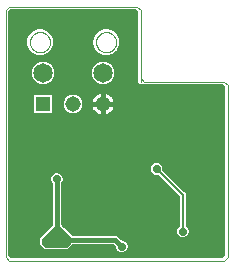
<source format=gbl>
G75*
%MOIN*%
%OFA0B0*%
%FSLAX25Y25*%
%IPPOS*%
%LPD*%
%AMOC8*
5,1,8,0,0,1.08239X$1,22.5*
%
%ADD10C,0.00000*%
%ADD11R,0.05150X0.05150*%
%ADD12C,0.05150*%
%ADD13C,0.06496*%
%ADD14C,0.01200*%
%ADD15C,0.21654*%
%ADD16C,0.02775*%
%ADD17C,0.03200*%
%ADD18C,0.01600*%
%ADD19C,0.00800*%
D10*
X0004100Y0003487D02*
X0005350Y0002238D01*
X0076913Y0002238D01*
X0078163Y0003487D01*
X0078163Y0060675D01*
X0076913Y0061925D01*
X0050350Y0061925D01*
X0049100Y0063175D01*
X0049100Y0061925D01*
X0049100Y0063175D02*
X0049100Y0085675D01*
X0047850Y0086925D01*
X0005350Y0086925D01*
X0004100Y0085675D01*
X0004100Y0003487D01*
X0012230Y0075055D02*
X0012232Y0075170D01*
X0012238Y0075286D01*
X0012248Y0075401D01*
X0012262Y0075516D01*
X0012280Y0075630D01*
X0012302Y0075743D01*
X0012327Y0075856D01*
X0012357Y0075967D01*
X0012390Y0076078D01*
X0012427Y0076187D01*
X0012468Y0076295D01*
X0012513Y0076402D01*
X0012561Y0076507D01*
X0012613Y0076610D01*
X0012669Y0076711D01*
X0012728Y0076811D01*
X0012790Y0076908D01*
X0012856Y0077003D01*
X0012924Y0077096D01*
X0012996Y0077186D01*
X0013071Y0077274D01*
X0013150Y0077359D01*
X0013231Y0077441D01*
X0013314Y0077521D01*
X0013401Y0077597D01*
X0013490Y0077671D01*
X0013581Y0077741D01*
X0013675Y0077809D01*
X0013771Y0077873D01*
X0013870Y0077933D01*
X0013970Y0077990D01*
X0014072Y0078044D01*
X0014176Y0078094D01*
X0014282Y0078141D01*
X0014389Y0078184D01*
X0014498Y0078223D01*
X0014608Y0078258D01*
X0014719Y0078289D01*
X0014831Y0078317D01*
X0014944Y0078341D01*
X0015058Y0078361D01*
X0015173Y0078377D01*
X0015288Y0078389D01*
X0015403Y0078397D01*
X0015518Y0078401D01*
X0015634Y0078401D01*
X0015749Y0078397D01*
X0015864Y0078389D01*
X0015979Y0078377D01*
X0016094Y0078361D01*
X0016208Y0078341D01*
X0016321Y0078317D01*
X0016433Y0078289D01*
X0016544Y0078258D01*
X0016654Y0078223D01*
X0016763Y0078184D01*
X0016870Y0078141D01*
X0016976Y0078094D01*
X0017080Y0078044D01*
X0017182Y0077990D01*
X0017282Y0077933D01*
X0017381Y0077873D01*
X0017477Y0077809D01*
X0017571Y0077741D01*
X0017662Y0077671D01*
X0017751Y0077597D01*
X0017838Y0077521D01*
X0017921Y0077441D01*
X0018002Y0077359D01*
X0018081Y0077274D01*
X0018156Y0077186D01*
X0018228Y0077096D01*
X0018296Y0077003D01*
X0018362Y0076908D01*
X0018424Y0076811D01*
X0018483Y0076711D01*
X0018539Y0076610D01*
X0018591Y0076507D01*
X0018639Y0076402D01*
X0018684Y0076295D01*
X0018725Y0076187D01*
X0018762Y0076078D01*
X0018795Y0075967D01*
X0018825Y0075856D01*
X0018850Y0075743D01*
X0018872Y0075630D01*
X0018890Y0075516D01*
X0018904Y0075401D01*
X0018914Y0075286D01*
X0018920Y0075170D01*
X0018922Y0075055D01*
X0018920Y0074940D01*
X0018914Y0074824D01*
X0018904Y0074709D01*
X0018890Y0074594D01*
X0018872Y0074480D01*
X0018850Y0074367D01*
X0018825Y0074254D01*
X0018795Y0074143D01*
X0018762Y0074032D01*
X0018725Y0073923D01*
X0018684Y0073815D01*
X0018639Y0073708D01*
X0018591Y0073603D01*
X0018539Y0073500D01*
X0018483Y0073399D01*
X0018424Y0073299D01*
X0018362Y0073202D01*
X0018296Y0073107D01*
X0018228Y0073014D01*
X0018156Y0072924D01*
X0018081Y0072836D01*
X0018002Y0072751D01*
X0017921Y0072669D01*
X0017838Y0072589D01*
X0017751Y0072513D01*
X0017662Y0072439D01*
X0017571Y0072369D01*
X0017477Y0072301D01*
X0017381Y0072237D01*
X0017282Y0072177D01*
X0017182Y0072120D01*
X0017080Y0072066D01*
X0016976Y0072016D01*
X0016870Y0071969D01*
X0016763Y0071926D01*
X0016654Y0071887D01*
X0016544Y0071852D01*
X0016433Y0071821D01*
X0016321Y0071793D01*
X0016208Y0071769D01*
X0016094Y0071749D01*
X0015979Y0071733D01*
X0015864Y0071721D01*
X0015749Y0071713D01*
X0015634Y0071709D01*
X0015518Y0071709D01*
X0015403Y0071713D01*
X0015288Y0071721D01*
X0015173Y0071733D01*
X0015058Y0071749D01*
X0014944Y0071769D01*
X0014831Y0071793D01*
X0014719Y0071821D01*
X0014608Y0071852D01*
X0014498Y0071887D01*
X0014389Y0071926D01*
X0014282Y0071969D01*
X0014176Y0072016D01*
X0014072Y0072066D01*
X0013970Y0072120D01*
X0013870Y0072177D01*
X0013771Y0072237D01*
X0013675Y0072301D01*
X0013581Y0072369D01*
X0013490Y0072439D01*
X0013401Y0072513D01*
X0013314Y0072589D01*
X0013231Y0072669D01*
X0013150Y0072751D01*
X0013071Y0072836D01*
X0012996Y0072924D01*
X0012924Y0073014D01*
X0012856Y0073107D01*
X0012790Y0073202D01*
X0012728Y0073299D01*
X0012669Y0073399D01*
X0012613Y0073500D01*
X0012561Y0073603D01*
X0012513Y0073708D01*
X0012468Y0073815D01*
X0012427Y0073923D01*
X0012390Y0074032D01*
X0012357Y0074143D01*
X0012327Y0074254D01*
X0012302Y0074367D01*
X0012280Y0074480D01*
X0012262Y0074594D01*
X0012248Y0074709D01*
X0012238Y0074824D01*
X0012232Y0074940D01*
X0012230Y0075055D01*
X0034278Y0075055D02*
X0034280Y0075170D01*
X0034286Y0075286D01*
X0034296Y0075401D01*
X0034310Y0075516D01*
X0034328Y0075630D01*
X0034350Y0075743D01*
X0034375Y0075856D01*
X0034405Y0075967D01*
X0034438Y0076078D01*
X0034475Y0076187D01*
X0034516Y0076295D01*
X0034561Y0076402D01*
X0034609Y0076507D01*
X0034661Y0076610D01*
X0034717Y0076711D01*
X0034776Y0076811D01*
X0034838Y0076908D01*
X0034904Y0077003D01*
X0034972Y0077096D01*
X0035044Y0077186D01*
X0035119Y0077274D01*
X0035198Y0077359D01*
X0035279Y0077441D01*
X0035362Y0077521D01*
X0035449Y0077597D01*
X0035538Y0077671D01*
X0035629Y0077741D01*
X0035723Y0077809D01*
X0035819Y0077873D01*
X0035918Y0077933D01*
X0036018Y0077990D01*
X0036120Y0078044D01*
X0036224Y0078094D01*
X0036330Y0078141D01*
X0036437Y0078184D01*
X0036546Y0078223D01*
X0036656Y0078258D01*
X0036767Y0078289D01*
X0036879Y0078317D01*
X0036992Y0078341D01*
X0037106Y0078361D01*
X0037221Y0078377D01*
X0037336Y0078389D01*
X0037451Y0078397D01*
X0037566Y0078401D01*
X0037682Y0078401D01*
X0037797Y0078397D01*
X0037912Y0078389D01*
X0038027Y0078377D01*
X0038142Y0078361D01*
X0038256Y0078341D01*
X0038369Y0078317D01*
X0038481Y0078289D01*
X0038592Y0078258D01*
X0038702Y0078223D01*
X0038811Y0078184D01*
X0038918Y0078141D01*
X0039024Y0078094D01*
X0039128Y0078044D01*
X0039230Y0077990D01*
X0039330Y0077933D01*
X0039429Y0077873D01*
X0039525Y0077809D01*
X0039619Y0077741D01*
X0039710Y0077671D01*
X0039799Y0077597D01*
X0039886Y0077521D01*
X0039969Y0077441D01*
X0040050Y0077359D01*
X0040129Y0077274D01*
X0040204Y0077186D01*
X0040276Y0077096D01*
X0040344Y0077003D01*
X0040410Y0076908D01*
X0040472Y0076811D01*
X0040531Y0076711D01*
X0040587Y0076610D01*
X0040639Y0076507D01*
X0040687Y0076402D01*
X0040732Y0076295D01*
X0040773Y0076187D01*
X0040810Y0076078D01*
X0040843Y0075967D01*
X0040873Y0075856D01*
X0040898Y0075743D01*
X0040920Y0075630D01*
X0040938Y0075516D01*
X0040952Y0075401D01*
X0040962Y0075286D01*
X0040968Y0075170D01*
X0040970Y0075055D01*
X0040968Y0074940D01*
X0040962Y0074824D01*
X0040952Y0074709D01*
X0040938Y0074594D01*
X0040920Y0074480D01*
X0040898Y0074367D01*
X0040873Y0074254D01*
X0040843Y0074143D01*
X0040810Y0074032D01*
X0040773Y0073923D01*
X0040732Y0073815D01*
X0040687Y0073708D01*
X0040639Y0073603D01*
X0040587Y0073500D01*
X0040531Y0073399D01*
X0040472Y0073299D01*
X0040410Y0073202D01*
X0040344Y0073107D01*
X0040276Y0073014D01*
X0040204Y0072924D01*
X0040129Y0072836D01*
X0040050Y0072751D01*
X0039969Y0072669D01*
X0039886Y0072589D01*
X0039799Y0072513D01*
X0039710Y0072439D01*
X0039619Y0072369D01*
X0039525Y0072301D01*
X0039429Y0072237D01*
X0039330Y0072177D01*
X0039230Y0072120D01*
X0039128Y0072066D01*
X0039024Y0072016D01*
X0038918Y0071969D01*
X0038811Y0071926D01*
X0038702Y0071887D01*
X0038592Y0071852D01*
X0038481Y0071821D01*
X0038369Y0071793D01*
X0038256Y0071769D01*
X0038142Y0071749D01*
X0038027Y0071733D01*
X0037912Y0071721D01*
X0037797Y0071713D01*
X0037682Y0071709D01*
X0037566Y0071709D01*
X0037451Y0071713D01*
X0037336Y0071721D01*
X0037221Y0071733D01*
X0037106Y0071749D01*
X0036992Y0071769D01*
X0036879Y0071793D01*
X0036767Y0071821D01*
X0036656Y0071852D01*
X0036546Y0071887D01*
X0036437Y0071926D01*
X0036330Y0071969D01*
X0036224Y0072016D01*
X0036120Y0072066D01*
X0036018Y0072120D01*
X0035918Y0072177D01*
X0035819Y0072237D01*
X0035723Y0072301D01*
X0035629Y0072369D01*
X0035538Y0072439D01*
X0035449Y0072513D01*
X0035362Y0072589D01*
X0035279Y0072669D01*
X0035198Y0072751D01*
X0035119Y0072836D01*
X0035044Y0072924D01*
X0034972Y0073014D01*
X0034904Y0073107D01*
X0034838Y0073202D01*
X0034776Y0073299D01*
X0034717Y0073399D01*
X0034661Y0073500D01*
X0034609Y0073603D01*
X0034561Y0073708D01*
X0034516Y0073815D01*
X0034475Y0073923D01*
X0034438Y0074032D01*
X0034405Y0074143D01*
X0034375Y0074254D01*
X0034350Y0074367D01*
X0034328Y0074480D01*
X0034310Y0074594D01*
X0034296Y0074709D01*
X0034286Y0074824D01*
X0034280Y0074940D01*
X0034278Y0075055D01*
D11*
X0016600Y0054425D03*
D12*
X0026600Y0054425D03*
X0036600Y0054425D03*
D13*
X0036600Y0064779D03*
X0016600Y0064779D03*
D14*
X0019827Y0067843D02*
X0033373Y0067843D01*
X0032829Y0067299D02*
X0032152Y0065664D01*
X0032152Y0063895D01*
X0032829Y0062260D01*
X0034080Y0061008D01*
X0035715Y0060331D01*
X0037485Y0060331D01*
X0039120Y0061008D01*
X0040371Y0062260D01*
X0041048Y0063895D01*
X0041048Y0065664D01*
X0040371Y0067299D01*
X0039120Y0068550D01*
X0037485Y0069227D01*
X0035715Y0069227D01*
X0034080Y0068550D01*
X0032829Y0067299D01*
X0032558Y0066645D02*
X0020642Y0066645D01*
X0020371Y0067299D02*
X0019120Y0068550D01*
X0017485Y0069227D01*
X0015715Y0069227D01*
X0014080Y0068550D01*
X0012829Y0067299D01*
X0012152Y0065664D01*
X0012152Y0063895D01*
X0012829Y0062260D01*
X0014080Y0061008D01*
X0015715Y0060331D01*
X0017485Y0060331D01*
X0019120Y0061008D01*
X0020371Y0062260D01*
X0021048Y0063895D01*
X0021048Y0065664D01*
X0020371Y0067299D01*
X0021048Y0065446D02*
X0032152Y0065446D01*
X0032152Y0064248D02*
X0021048Y0064248D01*
X0020698Y0063049D02*
X0032502Y0063049D01*
X0033238Y0061851D02*
X0019962Y0061851D01*
X0018259Y0060652D02*
X0034941Y0060652D01*
X0035622Y0058497D02*
X0034997Y0058294D01*
X0034412Y0057996D01*
X0033880Y0057609D01*
X0033416Y0057145D01*
X0033029Y0056613D01*
X0032731Y0056028D01*
X0032528Y0055403D01*
X0032425Y0054754D01*
X0032425Y0054612D01*
X0036413Y0054612D01*
X0036413Y0054238D01*
X0036787Y0054238D01*
X0036787Y0050250D01*
X0036929Y0050250D01*
X0037578Y0050353D01*
X0038203Y0050556D01*
X0038788Y0050854D01*
X0039320Y0051241D01*
X0039784Y0051705D01*
X0040171Y0052237D01*
X0040469Y0052822D01*
X0040672Y0053447D01*
X0040775Y0054096D01*
X0040775Y0054238D01*
X0036787Y0054238D01*
X0036787Y0054612D01*
X0040775Y0054612D01*
X0040775Y0054754D01*
X0040672Y0055403D01*
X0040469Y0056028D01*
X0040171Y0056613D01*
X0039784Y0057145D01*
X0039320Y0057609D01*
X0038788Y0057996D01*
X0038203Y0058294D01*
X0037578Y0058497D01*
X0036929Y0058600D01*
X0036787Y0058600D01*
X0036787Y0054612D01*
X0036413Y0054612D01*
X0036413Y0058600D01*
X0036271Y0058600D01*
X0035622Y0058497D01*
X0034921Y0058255D02*
X0005700Y0058255D01*
X0005700Y0057057D02*
X0012825Y0057057D01*
X0012825Y0057497D02*
X0012825Y0051353D01*
X0013528Y0050650D01*
X0019672Y0050650D01*
X0020375Y0051353D01*
X0020375Y0057497D01*
X0019672Y0058200D01*
X0013528Y0058200D01*
X0012825Y0057497D01*
X0012825Y0055858D02*
X0005700Y0055858D01*
X0005700Y0054659D02*
X0012825Y0054659D01*
X0012825Y0053461D02*
X0005700Y0053461D01*
X0005700Y0052262D02*
X0012825Y0052262D01*
X0013114Y0051064D02*
X0005700Y0051064D01*
X0005700Y0049865D02*
X0076563Y0049865D01*
X0076563Y0048667D02*
X0005700Y0048667D01*
X0005700Y0047468D02*
X0076563Y0047468D01*
X0076563Y0046270D02*
X0005700Y0046270D01*
X0005700Y0045071D02*
X0076563Y0045071D01*
X0076563Y0043873D02*
X0005700Y0043873D01*
X0005700Y0042674D02*
X0076563Y0042674D01*
X0076563Y0041476D02*
X0005700Y0041476D01*
X0005700Y0040277D02*
X0076563Y0040277D01*
X0076563Y0039079D02*
X0005700Y0039079D01*
X0005700Y0037880D02*
X0076563Y0037880D01*
X0076563Y0036682D02*
X0005700Y0036682D01*
X0005700Y0035483D02*
X0076563Y0035483D01*
X0076563Y0034285D02*
X0056649Y0034285D01*
X0056677Y0034257D02*
X0055949Y0034985D01*
X0054999Y0035379D01*
X0053969Y0035379D01*
X0053018Y0034985D01*
X0052290Y0034257D01*
X0051896Y0033306D01*
X0051896Y0032276D01*
X0052290Y0031325D01*
X0053018Y0030598D01*
X0053969Y0030204D01*
X0054809Y0030204D01*
X0061562Y0023450D01*
X0061562Y0013984D01*
X0060969Y0013391D01*
X0060575Y0012440D01*
X0060575Y0011410D01*
X0060969Y0010459D01*
X0061697Y0009732D01*
X0062648Y0009338D01*
X0063677Y0009338D01*
X0064628Y0009732D01*
X0065356Y0010459D01*
X0065750Y0011410D01*
X0065750Y0012440D01*
X0065356Y0013391D01*
X0064762Y0013984D01*
X0064762Y0024775D01*
X0057071Y0032466D01*
X0057071Y0033306D01*
X0056677Y0034257D01*
X0057071Y0033086D02*
X0076563Y0033086D01*
X0076563Y0031888D02*
X0057650Y0031888D01*
X0058848Y0030689D02*
X0076563Y0030689D01*
X0076563Y0029491D02*
X0060047Y0029491D01*
X0061245Y0028292D02*
X0076563Y0028292D01*
X0076563Y0027094D02*
X0062444Y0027094D01*
X0063642Y0025895D02*
X0076563Y0025895D01*
X0076563Y0024697D02*
X0064762Y0024697D01*
X0064762Y0023498D02*
X0076563Y0023498D01*
X0076563Y0022300D02*
X0064762Y0022300D01*
X0064762Y0021101D02*
X0076563Y0021101D01*
X0076563Y0019903D02*
X0064762Y0019903D01*
X0064762Y0018704D02*
X0076563Y0018704D01*
X0076563Y0017506D02*
X0064762Y0017506D01*
X0064762Y0016307D02*
X0076563Y0016307D01*
X0076563Y0015109D02*
X0064762Y0015109D01*
X0064837Y0013910D02*
X0076563Y0013910D01*
X0076563Y0012712D02*
X0065637Y0012712D01*
X0065750Y0011513D02*
X0076563Y0011513D01*
X0076563Y0010315D02*
X0065211Y0010315D01*
X0061488Y0013910D02*
X0023693Y0013910D01*
X0023287Y0014316D02*
X0023216Y0014387D01*
X0023216Y0027766D01*
X0023410Y0027959D01*
X0023804Y0028910D01*
X0023804Y0029940D01*
X0023410Y0030891D01*
X0022682Y0031618D01*
X0021731Y0032012D01*
X0020701Y0032012D01*
X0019750Y0031618D01*
X0019023Y0030891D01*
X0018629Y0029940D01*
X0018629Y0028910D01*
X0019023Y0027959D01*
X0019216Y0027766D01*
X0019216Y0014245D01*
X0014912Y0009941D01*
X0014912Y0007347D01*
X0016084Y0006175D01*
X0016709Y0005550D01*
X0024928Y0005550D01*
X0026100Y0006722D01*
X0026491Y0007112D01*
X0039834Y0007112D01*
X0040263Y0006684D01*
X0040263Y0006410D01*
X0040657Y0005459D01*
X0041384Y0004732D01*
X0042335Y0004338D01*
X0043365Y0004338D01*
X0044316Y0004732D01*
X0045043Y0005459D01*
X0045437Y0006410D01*
X0045437Y0007440D01*
X0045043Y0008391D01*
X0044316Y0009118D01*
X0043365Y0009512D01*
X0043091Y0009512D01*
X0042662Y0009941D01*
X0041491Y0011112D01*
X0026491Y0011112D01*
X0023287Y0014316D01*
X0023287Y0014316D01*
X0023216Y0015109D02*
X0061562Y0015109D01*
X0061562Y0016307D02*
X0023216Y0016307D01*
X0023216Y0017506D02*
X0061562Y0017506D01*
X0061562Y0018704D02*
X0023216Y0018704D01*
X0023216Y0019903D02*
X0061562Y0019903D01*
X0061562Y0021101D02*
X0023216Y0021101D01*
X0023216Y0022300D02*
X0061562Y0022300D01*
X0061514Y0023498D02*
X0023216Y0023498D01*
X0023216Y0024697D02*
X0060316Y0024697D01*
X0059117Y0025895D02*
X0023216Y0025895D01*
X0023216Y0027094D02*
X0057919Y0027094D01*
X0056720Y0028292D02*
X0023548Y0028292D01*
X0023804Y0029491D02*
X0055521Y0029491D01*
X0052927Y0030689D02*
X0023493Y0030689D01*
X0022032Y0031888D02*
X0052057Y0031888D01*
X0051896Y0033086D02*
X0005700Y0033086D01*
X0005700Y0034285D02*
X0052318Y0034285D01*
X0039077Y0051064D02*
X0076563Y0051064D01*
X0076563Y0052262D02*
X0040184Y0052262D01*
X0040674Y0053461D02*
X0076563Y0053461D01*
X0076563Y0054659D02*
X0040775Y0054659D01*
X0040524Y0055858D02*
X0076563Y0055858D01*
X0076563Y0057057D02*
X0039848Y0057057D01*
X0038279Y0058255D02*
X0076563Y0058255D01*
X0076563Y0059454D02*
X0005700Y0059454D01*
X0005700Y0060652D02*
X0014941Y0060652D01*
X0013238Y0061851D02*
X0005700Y0061851D01*
X0005700Y0063049D02*
X0012502Y0063049D01*
X0012152Y0064248D02*
X0005700Y0064248D01*
X0005700Y0065446D02*
X0012152Y0065446D01*
X0012558Y0066645D02*
X0005700Y0066645D01*
X0005700Y0067843D02*
X0013373Y0067843D01*
X0015267Y0069042D02*
X0005700Y0069042D01*
X0005700Y0070240D02*
X0014275Y0070240D01*
X0014592Y0070108D02*
X0016560Y0070108D01*
X0018378Y0070862D01*
X0019770Y0072253D01*
X0020523Y0074071D01*
X0020523Y0076039D01*
X0019770Y0077857D01*
X0018378Y0079248D01*
X0016560Y0080001D01*
X0014592Y0080001D01*
X0012774Y0079248D01*
X0011383Y0077857D01*
X0010630Y0076039D01*
X0010630Y0074071D01*
X0011383Y0072253D01*
X0012774Y0070862D01*
X0014592Y0070108D01*
X0016878Y0070240D02*
X0036322Y0070240D01*
X0036640Y0070108D02*
X0038608Y0070108D01*
X0040426Y0070862D01*
X0041817Y0072253D01*
X0042570Y0074071D01*
X0042570Y0076039D01*
X0041817Y0077857D01*
X0040426Y0079248D01*
X0038608Y0080001D01*
X0036640Y0080001D01*
X0034822Y0079248D01*
X0033430Y0077857D01*
X0032677Y0076039D01*
X0032677Y0074071D01*
X0033430Y0072253D01*
X0034822Y0070862D01*
X0036640Y0070108D01*
X0037933Y0069042D02*
X0047500Y0069042D01*
X0047500Y0067843D02*
X0039827Y0067843D01*
X0040642Y0066645D02*
X0047500Y0066645D01*
X0047500Y0065446D02*
X0041048Y0065446D01*
X0041048Y0064248D02*
X0047500Y0064248D01*
X0047500Y0063049D02*
X0040698Y0063049D01*
X0039962Y0061851D02*
X0047500Y0061851D01*
X0047500Y0061262D02*
X0048437Y0060325D01*
X0076250Y0060325D01*
X0076563Y0060012D01*
X0076563Y0004150D01*
X0076250Y0003837D01*
X0006013Y0003837D01*
X0005700Y0004150D01*
X0005700Y0085012D01*
X0006013Y0085325D01*
X0047187Y0085325D01*
X0047500Y0085012D01*
X0047500Y0061262D01*
X0048110Y0060652D02*
X0038259Y0060652D01*
X0036787Y0058255D02*
X0036413Y0058255D01*
X0036413Y0057057D02*
X0036787Y0057057D01*
X0036787Y0055858D02*
X0036413Y0055858D01*
X0036413Y0054659D02*
X0036787Y0054659D01*
X0036413Y0054238D02*
X0032425Y0054238D01*
X0032425Y0054096D01*
X0032528Y0053447D01*
X0032731Y0052822D01*
X0033029Y0052237D01*
X0033416Y0051705D01*
X0033880Y0051241D01*
X0034412Y0050854D01*
X0034997Y0050556D01*
X0035622Y0050353D01*
X0036271Y0050250D01*
X0036413Y0050250D01*
X0036413Y0054238D01*
X0036413Y0053461D02*
X0036787Y0053461D01*
X0036787Y0052262D02*
X0036413Y0052262D01*
X0036413Y0051064D02*
X0036787Y0051064D01*
X0034123Y0051064D02*
X0028350Y0051064D01*
X0028738Y0051225D02*
X0029800Y0052287D01*
X0030375Y0053674D01*
X0030375Y0055176D01*
X0029800Y0056563D01*
X0028738Y0057625D01*
X0027351Y0058200D01*
X0025849Y0058200D01*
X0024462Y0057625D01*
X0023400Y0056563D01*
X0022825Y0055176D01*
X0022825Y0053674D01*
X0023400Y0052287D01*
X0024462Y0051225D01*
X0025849Y0050650D01*
X0027351Y0050650D01*
X0028738Y0051225D01*
X0029776Y0052262D02*
X0033016Y0052262D01*
X0032526Y0053461D02*
X0030286Y0053461D01*
X0030375Y0054659D02*
X0032425Y0054659D01*
X0032676Y0055858D02*
X0030092Y0055858D01*
X0029307Y0057057D02*
X0033352Y0057057D01*
X0024850Y0051064D02*
X0020086Y0051064D01*
X0020375Y0052262D02*
X0023424Y0052262D01*
X0022913Y0053461D02*
X0020375Y0053461D01*
X0020375Y0054659D02*
X0022825Y0054659D01*
X0023108Y0055858D02*
X0020375Y0055858D01*
X0020375Y0057057D02*
X0023893Y0057057D01*
X0017933Y0069042D02*
X0035267Y0069042D01*
X0034245Y0071439D02*
X0018955Y0071439D01*
X0019929Y0072637D02*
X0033271Y0072637D01*
X0032775Y0073836D02*
X0020425Y0073836D01*
X0020523Y0075034D02*
X0032677Y0075034D01*
X0032757Y0076233D02*
X0020443Y0076233D01*
X0019946Y0077431D02*
X0033254Y0077431D01*
X0034203Y0078630D02*
X0018997Y0078630D01*
X0016978Y0079828D02*
X0036222Y0079828D01*
X0039026Y0079828D02*
X0047500Y0079828D01*
X0047500Y0078630D02*
X0041044Y0078630D01*
X0041993Y0077431D02*
X0047500Y0077431D01*
X0047500Y0076233D02*
X0042490Y0076233D01*
X0042570Y0075034D02*
X0047500Y0075034D01*
X0047500Y0073836D02*
X0042473Y0073836D01*
X0041976Y0072637D02*
X0047500Y0072637D01*
X0047500Y0071439D02*
X0041003Y0071439D01*
X0038925Y0070240D02*
X0047500Y0070240D01*
X0047500Y0081027D02*
X0005700Y0081027D01*
X0005700Y0079828D02*
X0014174Y0079828D01*
X0012156Y0078630D02*
X0005700Y0078630D01*
X0005700Y0077431D02*
X0011207Y0077431D01*
X0010710Y0076233D02*
X0005700Y0076233D01*
X0005700Y0075034D02*
X0010630Y0075034D01*
X0010727Y0073836D02*
X0005700Y0073836D01*
X0005700Y0072637D02*
X0011224Y0072637D01*
X0012197Y0071439D02*
X0005700Y0071439D01*
X0005700Y0082225D02*
X0047500Y0082225D01*
X0047500Y0083424D02*
X0005700Y0083424D01*
X0005700Y0084622D02*
X0047500Y0084622D01*
X0020401Y0031888D02*
X0005700Y0031888D01*
X0005700Y0030689D02*
X0018939Y0030689D01*
X0018629Y0029491D02*
X0005700Y0029491D01*
X0005700Y0028292D02*
X0018885Y0028292D01*
X0019216Y0027094D02*
X0005700Y0027094D01*
X0005700Y0025895D02*
X0019216Y0025895D01*
X0019216Y0024697D02*
X0005700Y0024697D01*
X0005700Y0023498D02*
X0019216Y0023498D01*
X0019216Y0022300D02*
X0005700Y0022300D01*
X0005700Y0021101D02*
X0019216Y0021101D01*
X0019216Y0019903D02*
X0005700Y0019903D01*
X0005700Y0018704D02*
X0019216Y0018704D01*
X0019216Y0017506D02*
X0005700Y0017506D01*
X0005700Y0016307D02*
X0019216Y0016307D01*
X0019216Y0015109D02*
X0005700Y0015109D01*
X0005700Y0013910D02*
X0018882Y0013910D01*
X0017683Y0012712D02*
X0005700Y0012712D01*
X0005700Y0011513D02*
X0016485Y0011513D01*
X0015286Y0010315D02*
X0005700Y0010315D01*
X0005700Y0009116D02*
X0014912Y0009116D01*
X0014912Y0007918D02*
X0005700Y0007918D01*
X0005700Y0006719D02*
X0015540Y0006719D01*
X0024892Y0012712D02*
X0060688Y0012712D01*
X0060575Y0011513D02*
X0026090Y0011513D01*
X0026100Y0006722D02*
X0026100Y0006722D01*
X0026097Y0006719D02*
X0040228Y0006719D01*
X0040631Y0005521D02*
X0005700Y0005521D01*
X0005700Y0004322D02*
X0076563Y0004322D01*
X0076563Y0005521D02*
X0045069Y0005521D01*
X0045437Y0006719D02*
X0076563Y0006719D01*
X0076563Y0007918D02*
X0045239Y0007918D01*
X0044318Y0009116D02*
X0076563Y0009116D01*
X0061114Y0010315D02*
X0042289Y0010315D01*
D15*
X0066167Y0047555D03*
D16*
X0054484Y0032791D03*
X0047850Y0029112D03*
X0039100Y0020675D03*
X0027850Y0020675D03*
X0021216Y0029425D03*
X0017850Y0038175D03*
X0009100Y0049425D03*
X0012225Y0021300D03*
X0017850Y0008488D03*
X0022850Y0008488D03*
X0025975Y0005050D03*
X0042850Y0006925D03*
X0058475Y0018488D03*
X0063162Y0011925D03*
D17*
X0022850Y0008488D02*
X0020975Y0008488D01*
X0017850Y0008488D01*
D18*
X0016913Y0008175D02*
X0017538Y0007550D01*
X0024100Y0007550D01*
X0025662Y0009113D01*
X0021288Y0013487D01*
X0016913Y0009113D01*
X0016913Y0008175D01*
X0016913Y0008319D02*
X0024869Y0008319D01*
X0024857Y0009918D02*
X0017718Y0009918D01*
X0019316Y0011516D02*
X0023259Y0011516D01*
X0021660Y0013115D02*
X0020915Y0013115D01*
X0021216Y0008729D02*
X0020975Y0008488D01*
X0021216Y0008729D02*
X0021216Y0029425D01*
X0023475Y0009113D02*
X0022850Y0008488D01*
X0023475Y0009113D02*
X0040663Y0009113D01*
X0042850Y0006925D01*
D19*
X0063162Y0011925D02*
X0063162Y0024112D01*
X0054484Y0032791D01*
M02*

</source>
